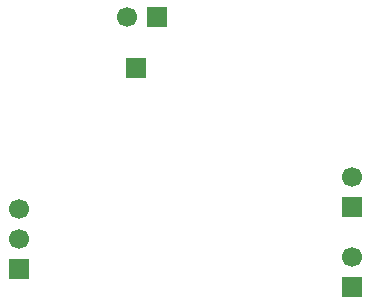
<source format=gbr>
%TF.GenerationSoftware,KiCad,Pcbnew,9.0.3*%
%TF.CreationDate,2025-09-11T10:37:05-04:00*%
%TF.ProjectId,lmv324_breakout,6c6d7633-3234-45f6-9272-65616b6f7574,rev?*%
%TF.SameCoordinates,Original*%
%TF.FileFunction,Copper,L2,Bot*%
%TF.FilePolarity,Positive*%
%FSLAX46Y46*%
G04 Gerber Fmt 4.6, Leading zero omitted, Abs format (unit mm)*
G04 Created by KiCad (PCBNEW 9.0.3) date 2025-09-11 10:37:05*
%MOMM*%
%LPD*%
G01*
G04 APERTURE LIST*
%TA.AperFunction,ComponentPad*%
%ADD10R,1.700000X1.700000*%
%TD*%
%TA.AperFunction,ComponentPad*%
%ADD11C,1.700000*%
%TD*%
G04 APERTURE END LIST*
D10*
%TO.P,J6,1,Pin_1*%
%TO.N,/IN+*%
X92964000Y-88392000D03*
D11*
%TO.P,J6,2,Pin_2*%
%TO.N,/OUT*%
X92964000Y-85852000D03*
%TO.P,J6,3,Pin_3*%
%TO.N,/VREF*%
X92964000Y-83312000D03*
%TD*%
D10*
%TO.P,J1,1,Pin_1*%
%TO.N,+5V*%
X121158000Y-83173341D03*
D11*
%TO.P,J1,2,Pin_2*%
%TO.N,GND*%
X121158000Y-80633341D03*
%TD*%
D10*
%TO.P,J4,1,Pin_1*%
%TO.N,/RGain+*%
X104648000Y-67056000D03*
D11*
%TO.P,J4,2,Pin_2*%
%TO.N,/RGain-*%
X102108000Y-67056000D03*
%TD*%
D10*
%TO.P,J2,1,Pin_1*%
%TO.N,/V_{offset+}*%
X121158000Y-89916000D03*
D11*
%TO.P,J2,2,Pin_2*%
%TO.N,/V_{offset-}*%
X121158000Y-87376000D03*
%TD*%
D10*
%TO.P,J5,1,Pin_1*%
%TO.N,/IN-*%
X102870000Y-71374000D03*
%TD*%
M02*

</source>
